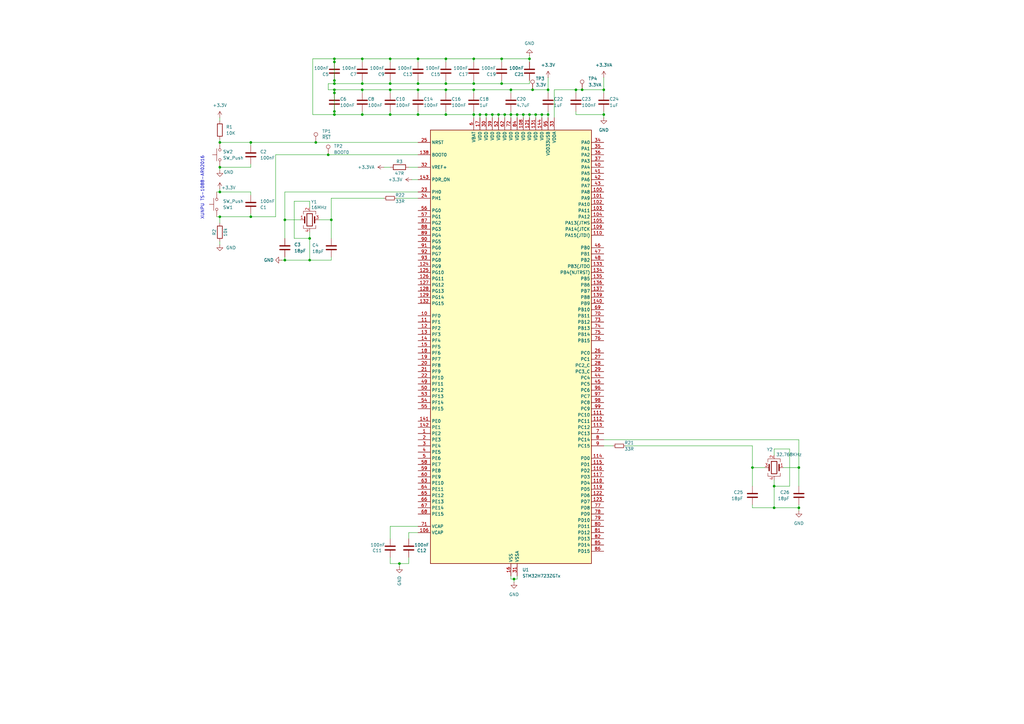
<source format=kicad_sch>
(kicad_sch (version 20250114) (generator "eeschema") (generator_version "9.0")
  (paper "A3")
  (lib_symbols
    (symbol "Connector:TestPoint" (pin_numbers (hide yes)) (pin_names (offset 0.762) (hide yes))
      (property "Reference" "TP" (at 0 6.858 0))
      (property "Value" "TestPoint" (at 0 5.08 0))
      (symbol "TestPoint_0_1"
        (circle (center 0 3.302) (radius 0.762))
      )
      (symbol "TestPoint_1_1"
        (pin passive line (at 0 0 90) (length 2.54) (name "1") (number "1"))
      )
    )
    (symbol "Device:C" (pin_numbers (hide yes)) (pin_names (offset 0.254))
      (property "Reference" "C" (at 0.635 2.54 0))
      (property "Value" "C" (at 0.635 -2.54 0))
      (symbol "C_0_1"
        (polyline (pts (xy -2.032 0.762) (xy 2.032 0.762)) (stroke (width 0.508)))
        (polyline (pts (xy -2.032 -0.762) (xy 2.032 -0.762)) (stroke (width 0.508)))
      )
      (symbol "C_1_1"
        (pin passive line (at 0 3.81 270) (length 2.794) (name "~") (number "1"))
        (pin passive line (at 0 -3.81 90) (length 2.794) (name "~") (number "2"))
      )
    )
    (symbol "Device:Crystal_GND24" (pin_names (offset 1.016) (hide yes))
      (property "Reference" "Y" (at 3.175 5.08 0))
      (property "Value" "Crystal_GND24" (at 3.175 3.175 0))
      (symbol "Crystal_GND24_0_1"
        (polyline (pts (xy -2.54 2.286) (xy -2.54 3.556) (xy 2.54 3.556) (xy 2.54 2.286)))
        (polyline (pts (xy -2.54 0) (xy -2.032 0)))
        (polyline (pts (xy -2.54 -2.286) (xy -2.54 -3.556) (xy 2.54 -3.556) (xy 2.54 -2.286)))
        (polyline (pts (xy -2.032 -1.27) (xy -2.032 1.27)) (stroke (width 0.508)))
        (rectangle (start -1.143 2.54) (end 1.143 -2.54) (stroke (width 0.3048)))
        (polyline (pts (xy 0 3.556) (xy 0 3.81)))
        (polyline (pts (xy 0 -3.81) (xy 0 -3.556)))
        (polyline (pts (xy 2.032 0) (xy 2.54 0)))
        (polyline (pts (xy 2.032 -1.27) (xy 2.032 1.27)) (stroke (width 0.508)))
      )
      (symbol "Crystal_GND24_1_1"
        (pin passive line (at -3.81 0 0) (length 1.27) (name "1") (number "1"))
        (pin passive line (at 0 5.08 270) (length 1.27) (name "2") (number "2"))
        (pin passive line (at 0 -5.08 90) (length 1.27) (name "4") (number "4"))
        (pin passive line (at 3.81 0 180) (length 1.27) (name "3") (number "3"))
      )
    )
    (symbol "Device:R" (pin_numbers (hide yes)) (pin_names (offset 0))
      (property "Reference" "R" (at 2.032 0 90))
      (property "Value" "R" (at 0 0 90))
      (symbol "R_0_1"
        (rectangle (start -1.016 -2.54) (end 1.016 2.54) (stroke (width 0.254)))
      )
      (symbol "R_1_1"
        (pin passive line (at 0 3.81 270) (length 1.27) (name "~") (number "1"))
        (pin passive line (at 0 -3.81 90) (length 1.27) (name "~") (number "2"))
      )
    )
    (symbol "Device:R_Small" (pin_numbers (hide yes)) (pin_names (offset 0.254) (hide yes))
      (property "Reference" "R" (at 0.762 0.508 0))
      (property "Value" "R_Small" (at 0.762 -1.016 0))
      (symbol "R_Small_0_1"
        (rectangle (start -0.762 1.778) (end 0.762 -1.778) (stroke (width 0.2032)))
      )
      (symbol "R_Small_1_1"
        (pin passive line (at 0 2.54 270) (length 0.762) (name "~") (number "1"))
        (pin passive line (at 0 -2.54 90) (length 0.762) (name "~") (number "2"))
      )
    )
    (symbol "MCU_ST_STM32H7:STM32H723ZGTx"
      (property "Reference" "U" (at -33.02 90.17 0))
      (property "Value" "STM32H723ZGTx" (at 20.32 90.17 0))
      (symbol "STM32H723ZGTx_0_1"
        (rectangle (start -33.02 -88.9) (end 33.02 88.9) (stroke (width 0.254)) (fill (type background)))
      )
      (symbol "STM32H723ZGTx_1_1"
        (pin input line (at -38.1 83.82 0) (length 5.08) (name "NRST") (number "25"))
        (pin input line (at -38.1 78.74 0) (length 5.08) (name "BOOT0") (number "138"))
        (pin input line (at -38.1 73.66 0) (length 5.08) (name "VREF+") (number "32"))
        (pin input line (at -38.1 68.58 0) (length 5.08) (name "PDR_ON") (number "143"))
        (pin bidirectional line (at -38.1 63.5 0) (length 5.08) (name "PH0") (number "23"))
        (pin bidirectional line (at -38.1 60.96 0) (length 5.08) (name "PH1") (number "24"))
        (pin bidirectional line (at -38.1 55.88 0) (length 5.08) (name "PG0") (number "56"))
        (pin bidirectional line (at -38.1 53.34 0) (length 5.08) (name "PG1") (number "57"))
        (pin bidirectional line (at -38.1 50.8 0) (length 5.08) (name "PG2") (number "87"))
        (pin bidirectional line (at -38.1 48.26 0) (length 5.08) (name "PG3") (number "88"))
        (pin bidirectional line (at -38.1 45.72 0) (length 5.08) (name "PG4") (number "89"))
        (pin bidirectional line (at -38.1 43.18 0) (length 5.08) (name "PG5") (number "90"))
        (pin bidirectional line (at -38.1 40.64 0) (length 5.08) (name "PG6") (number "91"))
        (pin bidirectional line (at -38.1 38.1 0) (length 5.08) (name "PG7") (number "92"))
        (pin bidirectional line (at -38.1 35.56 0) (length 5.08) (name "PG8") (number "93"))
        (pin bidirectional line (at -38.1 33.02 0) (length 5.08) (name "PG9") (number "124"))
        (pin bidirectional line (at -38.1 30.48 0) (length 5.08) (name "PG10") (number "125"))
        (pin bidirectional line (at -38.1 27.94 0) (length 5.08) (name "PG11") (number "126"))
        (pin bidirectional line (at -38.1 25.4 0) (length 5.08) (name "PG12") (number "127"))
        (pin bidirectional line (at -38.1 22.86 0) (length 5.08) (name "PG13") (number "128"))
        (pin bidirectional line (at -38.1 20.32 0) (length 5.08) (name "PG14") (number "129"))
        (pin bidirectional line (at -38.1 17.78 0) (length 5.08) (name "PG15") (number "132"))
        (pin bidirectional line (at -38.1 12.7 0) (length 5.08) (name "PF0") (number "10"))
        (pin bidirectional line (at -38.1 10.16 0) (length 5.08) (name "PF1") (number "11"))
        (pin bidirectional line (at -38.1 7.62 0) (length 5.08) (name "PF2") (number "12"))
        (pin bidirectional line (at -38.1 5.08 0) (length 5.08) (name "PF3") (number "13"))
        (pin bidirectional line (at -38.1 2.54 0) (length 5.08) (name "PF4") (number "14"))
        (pin bidirectional line (at -38.1 0 0) (length 5.08) (name "PF5") (number "15"))
        (pin bidirectional line (at -38.1 -2.54 0) (length 5.08) (name "PF6") (number "18"))
        (pin bidirectional line (at -38.1 -5.08 0) (length 5.08) (name "PF7") (number "19"))
        (pin bidirectional line (at -38.1 -7.62 0) (length 5.08) (name "PF8") (number "20"))
        (pin bidirectional line (at -38.1 -10.16 0) (length 5.08) (name "PF9") (number "21"))
        (pin bidirectional line (at -38.1 -12.7 0) (length 5.08) (name "PF10") (number "22"))
        (pin bidirectional line (at -38.1 -15.24 0) (length 5.08) (name "PF11") (number "49"))
        (pin bidirectional line (at -38.1 -17.78 0) (length 5.08) (name "PF12") (number "50"))
        (pin bidirectional line (at -38.1 -20.32 0) (length 5.08) (name "PF13") (number "53"))
        (pin bidirectional line (at -38.1 -22.86 0) (length 5.08) (name "PF14") (number "54"))
        (pin bidirectional line (at -38.1 -25.4 0) (length 5.08) (name "PF15") (number "55"))
        (pin bidirectional line (at -38.1 -30.48 0) (length 5.08) (name "PE0") (number "141"))
        (pin bidirectional line (at -38.1 -33.02 0) (length 5.08) (name "PE1") (number "142"))
        (pin bidirectional line (at -38.1 -35.56 0) (length 5.08) (name "PE2") (number "1"))
        (pin bidirectional line (at -38.1 -38.1 0) (length 5.08) (name "PE3") (number "2"))
        (pin bidirectional line (at -38.1 -40.64 0) (length 5.08) (name "PE4") (number "3"))
        (pin bidirectional line (at -38.1 -43.18 0) (length 5.08) (name "PE5") (number "4"))
        (pin bidirectional line (at -38.1 -45.72 0) (length 5.08) (name "PE6") (number "5"))
        (pin bidirectional line (at -38.1 -48.26 0) (length 5.08) (name "PE7") (number "58"))
        (pin bidirectional line (at -38.1 -50.8 0) (length 5.08) (name "PE8") (number "59"))
        (pin bidirectional line (at -38.1 -53.34 0) (length 5.08) (name "PE9") (number "60"))
        (pin bidirectional line (at -38.1 -55.88 0) (length 5.08) (name "PE10") (number "63"))
        (pin bidirectional line (at -38.1 -58.42 0) (length 5.08) (name "PE11") (number "64"))
        (pin bidirectional line (at -38.1 -60.96 0) (length 5.08) (name "PE12") (number "65"))
        (pin bidirectional line (at -38.1 -63.5 0) (length 5.08) (name "PE13") (number "66"))
        (pin bidirectional line (at -38.1 -66.04 0) (length 5.08) (name "PE14") (number "67"))
        (pin bidirectional line (at -38.1 -68.58 0) (length 5.08) (name "PE15") (number "68"))
        (pin power_out line (at -38.1 -73.66 0) (length 5.08) (name "VCAP") (number "71"))
        (pin power_out line (at -38.1 -76.2 0) (length 5.08) (name "VCAP") (number "106"))
        (pin power_in line (at -15.24 93.98 270) (length 5.08) (name "VBAT") (number "6"))
        (pin power_in line (at -12.7 93.98 270) (length 5.08) (name "VDD") (number "17"))
        (pin power_in line (at -10.16 93.98 270) (length 5.08) (name "VDD") (number "30"))
        (pin power_in line (at -7.62 93.98 270) (length 5.08) (name "VDD") (number "39"))
        (pin power_in line (at -5.08 93.98 270) (length 5.08) (name "VDD") (number "52"))
        (pin power_in line (at -2.54 93.98 270) (length 5.08) (name "VDD") (number "62"))
        (pin power_in line (at 0 93.98 270) (length 5.08) (name "VDD") (number "72"))
        (pin passive line (at 0 -93.98 90) (length 5.08) (hide yes) (name "VSS") (number "107"))
        (pin passive line (at 0 -93.98 90) (length 5.08) (hide yes) (name "VSS") (number "120"))
        (pin passive line (at 0 -93.98 90) (length 5.08) (hide yes) (name "VSS") (number "130"))
        (pin power_in line (at 0 -93.98 90) (length 5.08) (name "VSS") (number "16"))
        (pin passive line (at 0 -93.98 90) (length 5.08) (hide yes) (name "VSS") (number "38"))
        (pin passive line (at 0 -93.98 90) (length 5.08) (hide yes) (name "VSS") (number "51"))
        (pin passive line (at 0 -93.98 90) (length 5.08) (hide yes) (name "VSS") (number "61"))
        (pin passive line (at 0 -93.98 90) (length 5.08) (hide yes) (name "VSS") (number "83"))
        (pin passive line (at 0 -93.98 90) (length 5.08) (hide yes) (name "VSS") (number "94"))
        (pin power_in line (at 2.54 93.98 270) (length 5.08) (name "VDD") (number "84"))
        (pin power_in line (at 2.54 -93.98 90) (length 5.08) (name "VSSA") (number "31"))
        (pin power_in line (at 5.08 93.98 270) (length 5.08) (name "VDD") (number "108"))
        (pin power_in line (at 7.62 93.98 270) (length 5.08) (name "VDD") (number "121"))
        (pin power_in line (at 10.16 93.98 270) (length 5.08) (name "VDD") (number "131"))
        (pin power_in line (at 12.7 93.98 270) (length 5.08) (name "VDD") (number "144"))
        (pin power_in line (at 15.24 93.98 270) (length 5.08) (name "VDD33USB") (number "95"))
        (pin power_in line (at 17.78 93.98 270) (length 5.08) (name "VDDA") (number "33"))
        (pin bidirectional line (at 38.1 83.82 180) (length 5.08) (name "PA0") (number "34"))
        (pin bidirectional line (at 38.1 81.28 180) (length 5.08) (name "PA1") (number "35"))
        (pin bidirectional line (at 38.1 78.74 180) (length 5.08) (name "PA2") (number "36"))
        (pin bidirectional line (at 38.1 76.2 180) (length 5.08) (name "PA3") (number "37"))
        (pin bidirectional line (at 38.1 73.66 180) (length 5.08) (name "PA4") (number "40"))
        (pin bidirectional line (at 38.1 71.12 180) (length 5.08) (name "PA5") (number "41"))
        (pin bidirectional line (at 38.1 68.58 180) (length 5.08) (name "PA6") (number "42"))
        (pin bidirectional line (at 38.1 66.04 180) (length 5.08) (name "PA7") (number "43"))
        (pin bidirectional line (at 38.1 63.5 180) (length 5.08) (name "PA8") (number "100"))
        (pin bidirectional line (at 38.1 60.96 180) (length 5.08) (name "PA9") (number "101"))
        (pin bidirectional line (at 38.1 58.42 180) (length 5.08) (name "PA10") (number "102"))
        (pin bidirectional line (at 38.1 55.88 180) (length 5.08) (name "PA11") (number "103"))
        (pin bidirectional line (at 38.1 53.34 180) (length 5.08) (name "PA12") (number "104"))
        (pin bidirectional line (at 38.1 50.8 180) (length 5.08) (name "PA13(JTMS") (number "105"))
        (pin bidirectional line (at 38.1 48.26 180) (length 5.08) (name "PA14(JTCK") (number "109"))
        (pin bidirectional line (at 38.1 45.72 180) (length 5.08) (name "PA15(JTDI)") (number "110"))
        (pin bidirectional line (at 38.1 40.64 180) (length 5.08) (name "PB0") (number "46"))
        (pin bidirectional line (at 38.1 38.1 180) (length 5.08) (name "PB1") (number "47"))
        (pin bidirectional line (at 38.1 35.56 180) (length 5.08) (name "PB2") (number "48"))
        (pin bidirectional line (at 38.1 33.02 180) (length 5.08) (name "PB3(JTDO") (number "133"))
        (pin bidirectional line (at 38.1 30.48 180) (length 5.08) (name "PB4(NJTRST)") (number "134"))
        (pin bidirectional line (at 38.1 27.94 180) (length 5.08) (name "PB5") (number "135"))
        (pin bidirectional line (at 38.1 25.4 180) (length 5.08) (name "PB6") (number "136"))
        (pin bidirectional line (at 38.1 22.86 180) (length 5.08) (name "PB7") (number "137"))
        (pin bidirectional line (at 38.1 20.32 180) (length 5.08) (name "PB8") (number "139"))
        (pin bidirectional line (at 38.1 17.78 180) (length 5.08) (name "PB9") (number "140"))
        (pin bidirectional line (at 38.1 15.24 180) (length 5.08) (name "PB10") (number "69"))
        (pin bidirectional line (at 38.1 12.7 180) (length 5.08) (name "PB11") (number "70"))
        (pin bidirectional line (at 38.1 10.16 180) (length 5.08) (name "PB12") (number "73"))
        (pin bidirectional line (at 38.1 7.62 180) (length 5.08) (name "PB13") (number "74"))
        (pin bidirectional line (at 38.1 5.08 180) (length 5.08) (name "PB14") (number "75"))
        (pin bidirectional line (at 38.1 2.54 180) (length 5.08) (name "PB15") (number "76"))
        (pin bidirectional line (at 38.1 -2.54 180) (length 5.08) (name "PC0") (number "26"))
        (pin bidirectional line (at 38.1 -5.08 180) (length 5.08) (name "PC1") (number "27"))
        (pin bidirectional line (at 38.1 -7.62 180) (length 5.08) (name "PC2_C") (number "28"))
        (pin bidirectional line (at 38.1 -10.16 180) (length 5.08) (name "PC3_C") (number "29"))
        (pin bidirectional line (at 38.1 -12.7 180) (length 5.08) (name "PC4") (number "44"))
        (pin bidirectional line (at 38.1 -15.24 180) (length 5.08) (name "PC5") (number "45"))
        (pin bidirectional line (at 38.1 -17.78 180) (length 5.08) (name "PC6") (number "96"))
        (pin bidirectional line (at 38.1 -20.32 180) (length 5.08) (name "PC7") (number "97"))
        (pin bidirectional line (at 38.1 -22.86 180) (length 5.08) (name "PC8") (number "98"))
        (pin bidirectional line (at 38.1 -25.4 180) (length 5.08) (name "PC9") (number "99"))
        (pin bidirectional line (at 38.1 -27.94 180) (length 5.08) (name "PC10") (number "111"))
        (pin bidirectional line (at 38.1 -30.48 180) (length 5.08) (name "PC11") (number "112"))
        (pin bidirectional line (at 38.1 -33.02 180) (length 5.08) (name "PC12") (number "113"))
        (pin bidirectional line (at 38.1 -35.56 180) (length 5.08) (name "PC13") (number "7"))
        (pin bidirectional line (at 38.1 -38.1 180) (length 5.08) (name "PC14") (number "8"))
        (pin bidirectional line (at 38.1 -40.64 180) (length 5.08) (name "PC15") (number "9"))
        (pin bidirectional line (at 38.1 -45.72 180) (length 5.08) (name "PD0") (number "114"))
        (pin bidirectional line (at 38.1 -48.26 180) (length 5.08) (name "PD1") (number "115"))
        (pin bidirectional line (at 38.1 -50.8 180) (length 5.08) (name "PD2") (number "116"))
        (pin bidirectional line (at 38.1 -53.34 180) (length 5.08) (name "PD3") (number "117"))
        (pin bidirectional line (at 38.1 -55.88 180) (length 5.08) (name "PD4") (number "118"))
        (pin bidirectional line (at 38.1 -58.42 180) (length 5.08) (name "PD5") (number "119"))
        (pin bidirectional line (at 38.1 -60.96 180) (length 5.08) (name "PD6") (number "122"))
        (pin bidirectional line (at 38.1 -63.5 180) (length 5.08) (name "PD7") (number "123"))
        (pin bidirectional line (at 38.1 -66.04 180) (length 5.08) (name "PD8") (number "77"))
        (pin bidirectional line (at 38.1 -68.58 180) (length 5.08) (name "PD9") (number "78"))
        (pin bidirectional line (at 38.1 -71.12 180) (length 5.08) (name "PD10") (number "79"))
        (pin bidirectional line (at 38.1 -73.66 180) (length 5.08) (name "PD11") (number "80"))
        (pin bidirectional line (at 38.1 -76.2 180) (length 5.08) (name "PD12") (number "81"))
        (pin bidirectional line (at 38.1 -78.74 180) (length 5.08) (name "PD13") (number "82"))
        (pin bidirectional line (at 38.1 -81.28 180) (length 5.08) (name "PD14") (number "85"))
        (pin bidirectional line (at 38.1 -83.82 180) (length 5.08) (name "PD15") (number "86"))
      )
    )
    (symbol "Switch:SW_Push" (pin_numbers (hide yes)) (pin_names (offset 1.016) (hide yes))
      (property "Reference" "SW" (at 1.27 2.54 0))
      (property "Value" "SW_Push" (at 0 -1.524 0))
      (symbol "SW_Push_0_1"
        (circle (center -2.032 0) (radius 0.508))
        (polyline (pts (xy 0 1.27) (xy 0 3.048)))
        (circle (center 2.032 0) (radius 0.508))
        (polyline (pts (xy 2.54 1.27) (xy -2.54 1.27)))
        (pin passive line (at -5.08 0 0) (length 2.54) (name "1") (number "1"))
        (pin passive line (at 5.08 0 180) (length 2.54) (name "2") (number "2"))
      )
    )
    (symbol "power:+3.3V" (power) (pin_numbers (hide yes)) (pin_names (offset 0) (hide yes))
      (property "Value" "+3.3V" (at 0 3.556 0))
      (symbol "+3.3V_0_1"
        (polyline (pts (xy -0.762 1.27) (xy 0 2.54)))
        (polyline (pts (xy 0 2.54) (xy 0.762 1.27)))
        (polyline (pts (xy 0 0) (xy 0 2.54)))
      )
      (symbol "+3.3V_1_1"
        (pin power_in line (at 0 0 90) (length 0) (name "~") (number "1"))
      )
    )
    (symbol "power:+3.3VA" (power) (pin_numbers (hide yes)) (pin_names (offset 0) (hide yes))
      (property "Value" "+3.3VA" (at 0 3.556 0))
      (symbol "+3.3VA_0_1"
        (polyline (pts (xy -0.762 1.27) (xy 0 2.54)))
        (polyline (pts (xy 0 2.54) (xy 0.762 1.27)))
        (polyline (pts (xy 0 0) (xy 0 2.54)))
      )
      (symbol "+3.3VA_1_1"
        (pin power_in line (at 0 0 90) (length 0) (name "~") (number "1"))
      )
    )
    (symbol "power:GND" (power) (pin_numbers (hide yes)) (pin_names (offset 0) (hide yes))
      (property "Value" "GND" (at 0 -3.81 0))
      (symbol "GND_0_1"
        (polyline (pts (xy 0 0) (xy 0 -1.27) (xy 1.27 -1.27) (xy 0 -2.54) (xy -1.27 -1.27) (xy 0 -1.27)))
      )
      (symbol "GND_1_1"
        (pin power_in line (at 0 0 270) (length 0) (name "~") (number "1"))
      )
    )
  )
  (text "XUNPU TS-1088-AR02016" (at 83.058 76.962 90) (effects (font (size 1.27 1.27))))
  (junction (at 182.88 36.83))
  (junction (at 137.16 24.13))
  (junction (at 247.65 46.99))
  (junction (at 137.16 36.83))
  (junction (at 90.17 58.42))
  (junction (at 222.25 46.99))
  (junction (at 137.16 45.72))
  (junction (at 205.74 34.29))
  (junction (at 209.55 46.99))
  (junction (at 217.17 46.99))
  (junction (at 217.17 24.13))
  (junction (at 327.66 191.77))
  (junction (at 160.02 34.29))
  (junction (at 148.59 36.83))
  (junction (at 247.65 36.83))
  (junction (at 182.88 34.29))
  (junction (at 102.87 58.42))
  (junction (at 224.79 46.99))
  (junction (at 134.62 63.5))
  (junction (at 171.45 36.83))
  (junction (at 160.02 46.99))
  (junction (at 204.47 46.99))
  (junction (at 182.88 24.13))
  (junction (at 102.87 88.9))
  (junction (at 194.31 36.83))
  (junction (at 236.22 36.83))
  (junction (at 127 106.68))
  (junction (at 148.59 34.29))
  (junction (at 317.5 199.39))
  (junction (at 163.83 231.14))
  (junction (at 210.82 237.49))
  (junction (at 135.89 90.17))
  (junction (at 194.31 34.29))
  (junction (at 214.63 46.99))
  (junction (at 327.66 208.28))
  (junction (at 182.88 46.99))
  (junction (at 207.01 46.99))
  (junction (at 238.76 36.83))
  (junction (at 171.45 46.99))
  (junction (at 212.09 46.99))
  (junction (at 196.85 46.99))
  (junction (at 199.39 46.99))
  (junction (at 129.54 58.42))
  (junction (at 194.31 24.13))
  (junction (at 317.5 208.28))
  (junction (at 90.17 78.74))
  (junction (at 137.16 25.4))
  (junction (at 137.16 38.1))
  (junction (at 171.45 34.29))
  (junction (at 116.84 106.68))
  (junction (at 219.71 46.99))
  (junction (at 137.16 46.99))
  (junction (at 160.02 24.13))
  (junction (at 148.59 46.99))
  (junction (at 171.45 24.13))
  (junction (at 194.31 46.99))
  (junction (at 127 97.79))
  (junction (at 160.02 36.83))
  (junction (at 90.17 88.9))
  (junction (at 218.44 36.83))
  (junction (at 90.17 68.58))
  (junction (at 137.16 33.02))
  (junction (at 308.61 191.77))
  (junction (at 224.79 36.83))
  (junction (at 137.16 34.29))
  (junction (at 209.55 36.83))
  (junction (at 205.74 24.13))
  (junction (at 148.59 24.13))
  (junction (at 116.84 90.17))
  (junction (at 201.93 46.99))
  (wire (pts (xy 209.55 46.99) (xy 209.55 48.26)))
  (wire (pts (xy 247.65 45.72) (xy 247.65 46.99)))
  (wire (pts (xy 182.88 46.99) (xy 194.31 46.99)))
  (wire (pts (xy 327.66 199.39) (xy 327.66 191.77)))
  (wire (pts (xy 227.33 36.83) (xy 227.33 48.26)))
  (wire (pts (xy 219.71 46.99) (xy 219.71 48.26)))
  (wire (pts (xy 134.62 36.83) (xy 137.16 36.83)))
  (wire (pts (xy 196.85 46.99) (xy 199.39 46.99)))
  (wire (pts (xy 148.59 34.29) (xy 137.16 34.29)))
  (wire (pts (xy 148.59 45.72) (xy 148.59 46.99)))
  (wire (pts (xy 160.02 34.29) (xy 160.02 33.02)))
  (wire (pts (xy 236.22 46.99) (xy 247.65 46.99)))
  (wire (pts (xy 224.79 36.83) (xy 218.44 36.83)))
  (wire (pts (xy 160.02 215.9) (xy 160.02 220.98)))
  (wire (pts (xy 90.17 58.42) (xy 102.87 58.42)))
  (wire (pts (xy 160.02 36.83) (xy 171.45 36.83)))
  (wire (pts (xy 135.89 90.17) (xy 135.89 81.28)))
  (wire (pts (xy 209.55 36.83) (xy 209.55 38.1)))
  (wire (pts (xy 120.65 82.55) (xy 120.65 97.79)))
  (wire (pts (xy 317.5 208.28) (xy 308.61 208.28)))
  (wire (pts (xy 209.55 46.99) (xy 207.01 46.99)))
  (wire (pts (xy 137.16 34.29) (xy 137.16 33.02)))
  (wire (pts (xy 171.45 36.83) (xy 182.88 36.83)))
  (wire (pts (xy 127 106.68) (xy 135.89 106.68)))
  (wire (pts (xy 115.57 106.68) (xy 116.84 106.68)))
  (wire (pts (xy 194.31 34.29) (xy 194.31 33.02)))
  (wire (pts (xy 205.74 24.13) (xy 194.31 24.13)))
  (wire (pts (xy 194.31 25.4) (xy 194.31 24.13)))
  (wire (pts (xy 212.09 46.99) (xy 212.09 48.26)))
  (wire (pts (xy 224.79 38.1) (xy 224.79 36.83)))
  (wire (pts (xy 327.66 209.55) (xy 327.66 208.28)))
  (wire (pts (xy 194.31 24.13) (xy 182.88 24.13)))
  (wire (pts (xy 182.88 25.4) (xy 182.88 24.13)))
  (wire (pts (xy 256.54 182.88) (xy 308.61 182.88)))
  (wire (pts (xy 209.55 236.22) (xy 209.55 237.49)))
  (wire (pts (xy 127 82.55) (xy 120.65 82.55)))
  (wire (pts (xy 317.5 196.85) (xy 317.5 199.39)))
  (wire (pts (xy 217.17 33.02) (xy 217.17 34.29)))
  (wire (pts (xy 217.17 24.13) (xy 205.74 24.13)))
  (wire (pts (xy 247.65 182.88) (xy 251.46 182.88)))
  (wire (pts (xy 210.82 238.76) (xy 210.82 237.49)))
  (wire (pts (xy 209.55 237.49) (xy 210.82 237.49)))
  (wire (pts (xy 317.5 199.39) (xy 317.5 208.28)))
  (wire (pts (xy 137.16 34.29) (xy 134.62 34.29)))
  (wire (pts (xy 217.17 46.99) (xy 217.17 48.26)))
  (wire (pts (xy 135.89 106.68) (xy 135.89 105.41)))
  (wire (pts (xy 148.59 24.13) (xy 137.16 24.13)))
  (wire (pts (xy 128.27 24.13) (xy 137.16 24.13)))
  (wire (pts (xy 160.02 25.4) (xy 160.02 24.13)))
  (wire (pts (xy 90.17 100.33) (xy 90.17 99.06)))
  (wire (pts (xy 137.16 45.72) (xy 137.16 38.1)))
  (wire (pts (xy 167.64 68.58) (xy 171.45 68.58)))
  (wire (pts (xy 160.02 36.83) (xy 160.02 38.1)))
  (wire (pts (xy 182.88 34.29) (xy 182.88 33.02)))
  (wire (pts (xy 171.45 25.4) (xy 171.45 24.13)))
  (wire (pts (xy 214.63 46.99) (xy 217.17 46.99)))
  (wire (pts (xy 308.61 199.39) (xy 308.61 191.77)))
  (wire (pts (xy 160.02 34.29) (xy 148.59 34.29)))
  (wire (pts (xy 90.17 91.44) (xy 90.17 88.9)))
  (wire (pts (xy 201.93 46.99) (xy 201.93 48.26)))
  (wire (pts (xy 137.16 36.83) (xy 137.16 38.1)))
  (wire (pts (xy 116.84 78.74) (xy 171.45 78.74)))
  (wire (pts (xy 194.31 45.72) (xy 194.31 46.99)))
  (wire (pts (xy 209.55 46.99) (xy 212.09 46.99)))
  (wire (pts (xy 163.83 231.14) (xy 160.02 231.14)))
  (wire (pts (xy 127 85.09) (xy 127 82.55)))
  (wire (pts (xy 137.16 46.99) (xy 137.16 45.72)))
  (wire (pts (xy 171.45 34.29) (xy 160.02 34.29)))
  (wire (pts (xy 227.33 36.83) (xy 236.22 36.83)))
  (wire (pts (xy 321.31 191.77) (xy 327.66 191.77)))
  (wire (pts (xy 102.87 78.74) (xy 102.87 80.01)))
  (wire (pts (xy 102.87 88.9) (xy 113.03 88.9)))
  (wire (pts (xy 236.22 36.83) (xy 238.76 36.83)))
  (wire (pts (xy 323.85 184.15) (xy 323.85 199.39)))
  (wire (pts (xy 212.09 46.99) (xy 214.63 46.99)))
  (wire (pts (xy 209.55 45.72) (xy 209.55 46.99)))
  (wire (pts (xy 148.59 36.83) (xy 148.59 38.1)))
  (wire (pts (xy 135.89 81.28) (xy 157.48 81.28)))
  (wire (pts (xy 323.85 199.39) (xy 317.5 199.39)))
  (wire (pts (xy 317.5 186.69) (xy 317.5 184.15)))
  (wire (pts (xy 127 95.25) (xy 127 97.79)))
  (wire (pts (xy 163.83 231.14) (xy 167.64 231.14)))
  (wire (pts (xy 102.87 58.42) (xy 129.54 58.42)))
  (wire (pts (xy 210.82 237.49) (xy 212.09 237.49)))
  (wire (pts (xy 199.39 46.99) (xy 199.39 48.26)))
  (wire (pts (xy 116.84 106.68) (xy 127 106.68)))
  (wire (pts (xy 148.59 36.83) (xy 160.02 36.83)))
  (wire (pts (xy 168.91 73.66) (xy 171.45 73.66)))
  (wire (pts (xy 90.17 78.74) (xy 102.87 78.74)))
  (wire (pts (xy 194.31 36.83) (xy 194.31 38.1)))
  (wire (pts (xy 204.47 46.99) (xy 207.01 46.99)))
  (wire (pts (xy 160.02 231.14) (xy 160.02 228.6)))
  (wire (pts (xy 163.83 231.14) (xy 163.83 232.41)))
  (wire (pts (xy 90.17 88.9) (xy 88.9 88.9)))
  (wire (pts (xy 148.59 25.4) (xy 148.59 24.13)))
  (wire (pts (xy 157.48 68.58) (xy 160.02 68.58)))
  (wire (pts (xy 205.74 25.4) (xy 205.74 24.13)))
  (wire (pts (xy 171.45 46.99) (xy 182.88 46.99)))
  (wire (pts (xy 90.17 88.9) (xy 102.87 88.9)))
  (wire (pts (xy 134.62 63.5) (xy 171.45 63.5)))
  (wire (pts (xy 129.54 58.42) (xy 171.45 58.42)))
  (wire (pts (xy 90.17 68.58) (xy 102.87 68.58)))
  (wire (pts (xy 182.88 36.83) (xy 182.88 38.1)))
  (wire (pts (xy 171.45 34.29) (xy 171.45 33.02)))
  (wire (pts (xy 327.66 208.28) (xy 317.5 208.28)))
  (wire (pts (xy 182.88 36.83) (xy 194.31 36.83)))
  (wire (pts (xy 162.56 81.28) (xy 171.45 81.28)))
  (wire (pts (xy 182.88 24.13) (xy 171.45 24.13)))
  (wire (pts (xy 247.65 36.83) (xy 247.65 38.1)))
  (wire (pts (xy 90.17 78.74) (xy 88.9 78.74)))
  (wire (pts (xy 182.88 34.29) (xy 171.45 34.29)))
  (wire (pts (xy 247.65 180.34) (xy 327.66 180.34)))
  (wire (pts (xy 201.93 46.99) (xy 204.47 46.99)))
  (wire (pts (xy 224.79 48.26) (xy 224.79 46.99)))
  (wire (pts (xy 130.81 90.17) (xy 135.89 90.17)))
  (wire (pts (xy 194.31 34.29) (xy 182.88 34.29)))
  (wire (pts (xy 113.03 63.5) (xy 113.03 88.9)))
  (wire (pts (xy 224.79 31.75) (xy 224.79 36.83)))
  (wire (pts (xy 148.59 46.99) (xy 160.02 46.99)))
  (wire (pts (xy 212.09 236.22) (xy 212.09 237.49)))
  (wire (pts (xy 120.65 97.79) (xy 127 97.79)))
  (wire (pts (xy 194.31 48.26) (xy 194.31 46.99)))
  (wire (pts (xy 236.22 46.99) (xy 236.22 45.72)))
  (wire (pts (xy 205.74 34.29) (xy 194.31 34.29)))
  (wire (pts (xy 217.17 46.99) (xy 219.71 46.99)))
  (wire (pts (xy 160.02 45.72) (xy 160.02 46.99)))
  (wire (pts (xy 116.84 90.17) (xy 116.84 78.74)))
  (wire (pts (xy 207.01 46.99) (xy 207.01 48.26)))
  (wire (pts (xy 113.03 63.5) (xy 134.62 63.5)))
  (wire (pts (xy 171.45 36.83) (xy 171.45 38.1)))
  (wire (pts (xy 247.65 31.75) (xy 247.65 36.83)))
  (wire (pts (xy 218.44 36.83) (xy 209.55 36.83)))
  (wire (pts (xy 182.88 45.72) (xy 182.88 46.99)))
  (wire (pts (xy 313.69 191.77) (xy 308.61 191.77)))
  (wire (pts (xy 137.16 46.99) (xy 128.27 46.99)))
  (wire (pts (xy 171.45 24.13) (xy 160.02 24.13)))
  (wire (pts (xy 148.59 34.29) (xy 148.59 33.02)))
  (wire (pts (xy 217.17 34.29) (xy 205.74 34.29)))
  (wire (pts (xy 247.65 48.26) (xy 247.65 46.99)))
  (wire (pts (xy 167.64 218.44) (xy 171.45 218.44)))
  (wire (pts (xy 137.16 33.02) (xy 137.16 25.4)))
  (wire (pts (xy 224.79 45.72) (xy 224.79 46.99)))
  (wire (pts (xy 137.16 36.83) (xy 148.59 36.83)))
  (wire (pts (xy 90.17 69.85) (xy 90.17 68.58)))
  (wire (pts (xy 308.61 208.28) (xy 308.61 207.01)))
  (wire (pts (xy 137.16 46.99) (xy 148.59 46.99)))
  (wire (pts (xy 209.55 36.83) (xy 194.31 36.83)))
  (wire (pts (xy 135.89 97.79) (xy 135.89 90.17)))
  (wire (pts (xy 196.85 46.99) (xy 196.85 48.26)))
  (wire (pts (xy 219.71 46.99) (xy 222.25 46.99)))
  (wire (pts (xy 205.74 34.29) (xy 205.74 33.02)))
  (wire (pts (xy 327.66 191.77) (xy 327.66 180.34)))
  (wire (pts (xy 308.61 191.77) (xy 308.61 182.88)))
  (wire (pts (xy 160.02 24.13) (xy 148.59 24.13)))
  (wire (pts (xy 224.79 46.99) (xy 222.25 46.99)))
  (wire (pts (xy 327.66 208.28) (xy 327.66 207.01)))
  (wire (pts (xy 217.17 22.86) (xy 217.17 24.13)))
  (wire (pts (xy 194.31 46.99) (xy 196.85 46.99)))
  (wire (pts (xy 90.17 57.15) (xy 90.17 58.42)))
  (wire (pts (xy 236.22 36.83) (xy 236.22 38.1)))
  (wire (pts (xy 102.87 58.42) (xy 102.87 59.69)))
  (wire (pts (xy 134.62 34.29) (xy 134.62 36.83)))
  (wire (pts (xy 90.17 77.47) (xy 90.17 78.74)))
  (wire (pts (xy 199.39 46.99) (xy 201.93 46.99)))
  (wire (pts (xy 167.64 231.14) (xy 167.64 228.6)))
  (wire (pts (xy 171.45 45.72) (xy 171.45 46.99)))
  (wire (pts (xy 222.25 46.99) (xy 222.25 48.26)))
  (wire (pts (xy 90.17 48.26) (xy 90.17 49.53)))
  (wire (pts (xy 137.16 25.4) (xy 137.16 24.13)))
  (wire (pts (xy 123.19 90.17) (xy 116.84 90.17)))
  (wire (pts (xy 102.87 68.58) (xy 102.87 67.31)))
  (wire (pts (xy 127 97.79) (xy 127 106.68)))
  (wire (pts (xy 102.87 88.9) (xy 102.87 87.63)))
  (wire (pts (xy 116.84 106.68) (xy 116.84 105.41)))
  (wire (pts (xy 238.76 36.83) (xy 247.65 36.83)))
  (wire (pts (xy 217.17 25.4) (xy 217.17 24.13)))
  (wire (pts (xy 204.47 46.99) (xy 204.47 48.26)))
  (wire (pts (xy 167.64 218.44) (xy 167.64 220.98)))
  (wire (pts (xy 128.27 46.99) (xy 128.27 24.13)))
  (wire (pts (xy 160.02 215.9) (xy 171.45 215.9)))
  (wire (pts (xy 214.63 46.99) (xy 214.63 48.26)))
  (wire (pts (xy 160.02 46.99) (xy 171.45 46.99)))
  (wire (pts (xy 317.5 184.15) (xy 323.85 184.15)))
  (wire (pts (xy 116.84 97.79) (xy 116.84 90.17)))
  (symbol (lib_id "Device:C") (at 116.84 101.6 0) (unit 1)
    (property "Reference" "C3" (at 120.65 100.3299 0) (effects (justify left)))
    (property "Value" "18pF" (at 120.65 102.8699 0) (effects (justify left)))
    (property "Footprint" "Capacitor_SMD:C_0402_1005Metric" (effects (hide yes)))
    (property "Description" "Unpolarized capacitor" (effects (hide yes)))
  )
  (symbol (lib_id "power:+3.3V") (at 90.17 77.47 0) (mirror y) (unit 1)
    (property "Reference" "#PWR01" (effects (hide yes)))
    (property "Value" "+3.3V" (at 93.726 76.962 0))
    (property "Description" "Power symbol creates a global label with name \"+3.3V\"" (effects (hide yes)))
  )
  (symbol (lib_id "Connector:TestPoint") (at 218.44 36.83 0) (unit 1)
    (property "Reference" "TP3" (at 219.71 32.258 0) (effects (justify left)))
    (property "Value" "3.3V" (at 219.71 34.798 0) (effects (justify left)))
    (property "Description" "test point" (effects (hide yes)))
  )
  (symbol (lib_id "Device:C") (at 182.88 41.91 0) (unit 1)
    (property "Reference" "C16" (at 185.166 40.64 0) (effects (justify left)))
    (property "Value" "100nF" (at 185.166 43.18 0) (effects (justify left)))
    (property "Description" "Unpolarized capacitor" (effects (hide yes)))
  )
  (symbol (lib_id "power:+3.3V") (at 168.91 73.66 90) (unit 1)
    (property "Reference" "#PWR08" (effects (hide yes)))
    (property "Value" "+3.3V" (at 165.1 73.66 90) (effects (justify left)))
    (property "Description" "Power symbol creates a global label with name \"+3.3V\"" (effects (hide yes)))
  )
  (symbol (lib_id "power:+3.3V") (at 90.17 48.26 0) (unit 1)
    (property "Reference" "#PWR02" (effects (hide yes)))
    (property "Value" "+3.3V" (at 90.17 43.18 0))
    (property "Description" "Power symbol creates a global label with name \"+3.3V\"" (effects (hide yes)))
  )
  (symbol (lib_id "Device:C") (at 171.45 41.91 0) (unit 1)
    (property "Reference" "C14" (at 173.736 40.64 0) (effects (justify left)))
    (property "Value" "100nF" (at 173.736 43.18 0) (effects (justify left)))
    (property "Description" "Unpolarized capacitor" (effects (hide yes)))
  )
  (symbol (lib_id "Device:C") (at 137.16 29.21 180) (unit 1)
    (property "Reference" "C5" (at 134.874 30.48 0) (effects (justify left)))
    (property "Value" "100nF" (at 134.874 27.94 0) (effects (justify left)))
    (property "Description" "Unpolarized capacitor" (effects (hide yes)))
  )
  (symbol (lib_id "Device:C") (at 167.64 224.79 0) (unit 1)
    (property "Reference" "C12" (at 172.974 225.806 0))
    (property "Value" "100nF" (at 172.974 223.52 0))
    (property "Description" "Unpolarized capacitor" (effects (hide yes)))
  )
  (symbol (lib_id "Device:C") (at 160.02 29.21 180) (unit 1)
    (property "Reference" "C9" (at 157.734 30.48 0) (effects (justify left)))
    (property "Value" "100nF" (at 157.734 27.94 0) (effects (justify left)))
    (property "Description" "Unpolarized capacitor" (effects (hide yes)))
  )
  (symbol (lib_id "Device:C") (at 236.22 41.91 0) (unit 1)
    (property "Reference" "C23" (at 238.506 40.64 0) (effects (justify left)))
    (property "Value" "100nF" (at 238.506 43.18 0) (effects (justify left)))
    (property "Description" "Unpolarized capacitor" (effects (hide yes)))
  )
  (symbol (lib_id "Device:C") (at 209.55 41.91 0) (unit 1)
    (property "Reference" "C20" (at 211.836 40.64 0) (effects (justify left)))
    (property "Value" "4.7uF" (at 211.836 43.18 0) (effects (justify left)))
    (property "Description" "Unpolarized capacitor" (effects (hide yes)))
  )
  (symbol (lib_id "Device:R_Small") (at 160.02 81.28 90) (unit 1)
    (property "Reference" "R22" (at 164.084 80.01 90))
    (property "Value" "33R" (at 164.084 82.55 90))
    (property "Description" "Resistor, small symbol" (effects (hide yes)))
  )
  (symbol (lib_id "Device:C") (at 247.65 41.91 0) (unit 1)
    (property "Reference" "C24" (at 249.936 40.64 0) (effects (justify left)))
    (property "Value" "1uF" (at 249.936 43.18 0) (effects (justify left)))
    (property "Description" "Unpolarized capacitor" (effects (hide yes)))
  )
  (symbol (lib_id "Device:C") (at 171.45 29.21 180) (unit 1)
    (property "Reference" "C13" (at 169.164 30.48 0) (effects (justify left)))
    (property "Value" "100nF" (at 169.164 27.94 0) (effects (justify left)))
    (property "Description" "Unpolarized capacitor" (effects (hide yes)))
  )
  (symbol (lib_id "Device:C") (at 160.02 224.79 180) (unit 1)
    (property "Reference" "C11" (at 154.686 225.806 0))
    (property "Value" "100nF" (at 154.94 223.52 0))
    (property "Description" "Unpolarized capacitor" (effects (hide yes)))
  )
  (symbol (lib_id "Device:C") (at 205.74 29.21 180) (unit 1)
    (property "Reference" "C19" (at 203.454 30.48 0) (effects (justify left)))
    (property "Value" "100nF" (at 203.454 27.94 0) (effects (justify left)))
    (property "Description" "Unpolarized capacitor" (effects (hide yes)))
  )
  (symbol (lib_id "Device:R") (at 90.17 95.25 0) (mirror x) (unit 1)
    (property "Reference" "R2" (at 87.884 95.25 90))
    (property "Value" "10k" (at 92.456 95.25 90))
    (property "Footprint" "Resistor_SMD:R_0402_1005Metric" (effects (hide yes)))
    (property "Description" "Resistor" (effects (hide yes)))
  )
  (symbol (lib_id "Device:R_Small") (at 254 182.88 90) (unit 1)
    (property "Reference" "R21" (at 258.064 181.61 90))
    (property "Value" "33R" (at 258.064 184.15 90))
    (property "Description" "Resistor, small symbol" (effects (hide yes)))
  )
  (symbol (lib_id "Device:C") (at 135.89 101.6 0) (unit 1)
    (property "Reference" "C4" (at 128.016 100.584 0) (effects (justify left)))
    (property "Value" "18pF" (at 128.016 103.124 0) (effects (justify left)))
    (property "Footprint" "Capacitor_SMD:C_0402_1005Metric" (effects (hide yes)))
    (property "Description" "Unpolarized capacitor" (effects (hide yes)))
  )
  (symbol (lib_id "Device:C") (at 148.59 29.21 180) (unit 1)
    (property "Reference" "C7" (at 146.304 30.48 0) (effects (justify left)))
    (property "Value" "100nF" (at 146.304 27.94 0) (effects (justify left)))
    (property "Description" "Unpolarized capacitor" (effects (hide yes)))
  )
  (symbol (lib_id "Device:R") (at 90.17 53.34 0) (unit 1)
    (property "Reference" "R1" (at 92.71 52.0699 0) (effects (justify left)))
    (property "Value" "10K" (at 92.71 54.6099 0) (effects (justify left)))
    (property "Description" "Resistor" (effects (hide yes)))
  )
  (symbol (lib_id "Device:R") (at 163.83 68.58 90) (unit 1)
    (property "Reference" "R3" (at 163.83 66.294 90))
    (property "Value" "47R" (at 163.83 71.12 90))
    (property "Description" "Resistor" (effects (hide yes)))
  )
  (symbol (lib_id "Device:C") (at 194.31 29.21 180) (unit 1)
    (property "Reference" "C17" (at 192.024 30.48 0) (effects (justify left)))
    (property "Value" "100nF" (at 192.024 27.94 0) (effects (justify left)))
    (property "Description" "Unpolarized capacitor" (effects (hide yes)))
  )
  (symbol (lib_id "power:+3.3V") (at 224.79 31.75 0) (unit 1)
    (property "Reference" "#PWR011" (effects (hide yes)))
    (property "Value" "+3.3V" (at 224.79 26.67 0))
    (property "Description" "Power symbol creates a global label with name \"+3.3V\"" (effects (hide yes)))
  )
  (symbol (lib_id "power:+3.3VA") (at 247.65 31.75 0) (unit 1)
    (property "Reference" "#PWR012" (effects (hide yes)))
    (property "Value" "+3.3VA" (at 247.65 26.67 0))
    (property "Description" "Power symbol creates a global label with name \"+3.3VA\"" (effects (hide yes)))
  )
  (symbol (lib_id "Connector:TestPoint") (at 129.54 58.42 0) (unit 1)
    (property "Reference" "TP1" (at 132.08 53.8479 0) (effects (justify left)))
    (property "Value" "~{RST}" (at 132.08 56.3879 0) (effects (justify left)))
    (property "Description" "test point" (effects (hide yes)))
  )
  (symbol (lib_id "Device:C") (at 194.31 41.91 0) (unit 1)
    (property "Reference" "C18" (at 196.596 40.64 0) (effects (justify left)))
    (property "Value" "1uF" (at 196.596 43.18 0) (effects (justify left)))
    (property "Description" "Unpolarized capacitor" (effects (hide yes)))
  )
  (symbol (lib_id "power:GND") (at 217.17 22.86 180) (unit 1)
    (property "Reference" "#PWR010" (effects (hide yes)))
    (property "Value" "GND" (at 217.17 17.78 0))
    (property "Description" "Power symbol creates a global label with name \"GND\" , ground" (effects (hide yes)))
  )
  (symbol (lib_id "power:+3.3VA") (at 157.48 68.58 90) (unit 1)
    (property "Reference" "#PWR06" (effects (hide yes)))
    (property "Value" "+3.3VA" (at 153.67 68.5799 90) (effects (justify left)))
    (property "Description" "Power symbol creates a global label with name \"+3.3VA\"" (effects (hide yes)))
  )
  (symbol (lib_id "Device:C") (at 137.16 41.91 0) (unit 1)
    (property "Reference" "C6" (at 139.446 40.64 0) (effects (justify left)))
    (property "Value" "100nF" (at 139.446 43.18 0) (effects (justify left)))
    (property "Description" "Unpolarized capacitor" (effects (hide yes)))
  )
  (symbol (lib_id "Switch:SW_Push") (at 88.9 83.82 90) (mirror x) (unit 1)
    (property "Reference" "SW1" (at 91.44 85.0901 90) (effects (justify right)))
    (property "Value" "SW_Push" (at 91.44 82.5501 90) (effects (justify right)))
    (property "Footprint" "random-footprints:SW_TS-1088-AR02016" (effects (hide yes)))
    (property "Description" "Push button switch, generic, two pins" (effects (hide yes)))
  )
  (symbol (lib_id "Device:C") (at 217.17 29.21 180) (unit 1)
    (property "Reference" "C21" (at 214.884 30.48 0) (effects (justify left)))
    (property "Value" "100nF" (at 214.884 27.94 0) (effects (justify left)))
    (property "Description" "Unpolarized capacitor" (effects (hide yes)))
  )
  (symbol (lib_id "Device:C") (at 102.87 83.82 0) (mirror x) (unit 1)
    (property "Reference" "C1" (at 106.68 85.0901 0) (effects (justify left)))
    (property "Value" "100nF" (at 106.68 82.5501 0) (effects (justify left)))
    (property "Footprint" "Capacitor_SMD:C_0402_1005Metric" (effects (hide yes)))
    (property "Description" "Unpolarized capacitor" (effects (hide yes)))
  )
  (symbol (lib_id "MCU_ST_STM32H7:STM32H723ZGTx") (at 209.55 142.24 0) (unit 1)
    (property "Reference" "U1" (at 214.2333 233.68 0) (effects (justify left)))
    (property "Value" "STM32H723ZGTx" (at 214.2333 236.22 0) (effects (justify left)))
    (property "Footprint" "Package_QFP:LQFP-144_20x20mm_P0.5mm" (effects (hide yes)))
    (property "Datasheet" "https://www.st.com/resource/en/datasheet/stm32h723zg.pdf" (effects (hide yes)))
    (property "Description" "STMicroelectronics Arm Cortex-M7 MCU, 1024KB flash, 564KB RAM, 550 MHz, 1.62-3.6V, 114 GPIO, LQFP144" (effects (hide yes)))
  )
  (symbol (lib_id "Device:C") (at 102.87 63.5 0) (unit 1)
    (property "Reference" "C2" (at 106.68 62.2299 0) (effects (justify left)))
    (property "Value" "100nF" (at 106.68 64.7699 0) (effects (justify left)))
    (property "Footprint" "Capacitor_SMD:C_0402_1005Metric" (effects (hide yes)))
    (property "Description" "Unpolarized capacitor" (effects (hide yes)))
  )
  (symbol (lib_id "Device:C") (at 148.59 41.91 0) (unit 1)
    (property "Reference" "C8" (at 150.876 40.64 0) (effects (justify left)))
    (property "Value" "100nF" (at 150.876 43.18 0) (effects (justify left)))
    (property "Description" "Unpolarized capacitor" (effects (hide yes)))
  )
  (symbol (lib_id "Device:C") (at 160.02 41.91 0) (unit 1)
    (property "Reference" "C10" (at 162.306 40.64 0) (effects (justify left)))
    (property "Value" "100nF" (at 162.306 43.18 0) (effects (justify left)))
    (property "Description" "Unpolarized capacitor" (effects (hide yes)))
  )
  (symbol (lib_id "power:GND") (at 210.82 238.76 0) (unit 1)
    (property "Reference" "#PWR09" (effects (hide yes)))
    (property "Value" "GND" (at 210.82 243.84 0))
    (property "Description" "Power symbol creates a global label with name \"GND\" , ground" (effects (hide yes)))
  )
  (symbol (lib_id "Device:Crystal_GND24") (at 317.5 191.77 0) (mirror y) (unit 1)
    (property "Reference" "Y2" (at 315.722 184.404 0))
    (property "Value" "32.768KHz" (at 323.596 186.436 0))
    (property "Footprint" "Crystal:Crystal_SMD_3225-4Pin_3.2x2.5mm" (effects (hide yes)))
    (property "Description" "Four pin crystal, GND on pins 2 and 4" (effects (hide yes)))
  )
  (symbol (lib_id "Device:C") (at 327.66 203.2 0) (mirror y) (unit 1)
    (property "Reference" "C26" (at 323.85 201.9299 0) (effects (justify left)))
    (property "Value" "18pF" (at 323.85 204.4699 0) (effects (justify left)))
    (property "Footprint" "Capacitor_SMD:C_0402_1005Metric" (effects (hide yes)))
    (property "Description" "Unpolarized capacitor" (effects (hide yes)))
  )
  (symbol (lib_id "power:GND") (at 327.66 209.55 0) (mirror y) (unit 1)
    (property "Reference" "#PWR014" (effects (hide yes)))
    (property "Value" "GND" (at 327.66 214.63 0))
    (property "Description" "Power symbol creates a global label with name \"GND\" , ground" (effects (hide yes)))
  )
  (symbol (lib_id "power:GND") (at 115.57 106.68 270) (unit 1)
    (property "Reference" "#PWR05" (effects (hide yes)))
    (property "Value" "GND" (at 110.236 106.68 90))
    (property "Description" "Power symbol creates a global label with name \"GND\" , ground" (effects (hide yes)))
  )
  (symbol (lib_id "power:GND") (at 90.17 100.33 0) (mirror y) (unit 1)
    (property "Reference" "#PWR04" (effects (hide yes)))
    (property "Value" "GND" (at 92.71 101.5999 0) (effects (justify right)))
    (property "Description" "Power symbol creates a global label with name \"GND\" , ground" (effects (hide yes)))
  )
  (symbol (lib_id "power:GND") (at 90.17 69.85 0) (unit 1)
    (property "Reference" "#PWR03" (effects (hide yes)))
    (property "Value" "GND" (at 93.726 70.612 0))
    (property "Description" "Power symbol creates a global label with name \"GND\" , ground" (effects (hide yes)))
  )
  (symbol (lib_id "Connector:TestPoint") (at 238.76 36.83 0) (unit 1)
    (property "Reference" "TP4" (at 241.3 32.2579 0) (effects (justify left)))
    (property "Value" "3.3VA" (at 241.3 34.7979 0) (effects (justify left)))
    (property "Description" "test point" (effects (hide yes)))
  )
  (symbol (lib_id "Connector:TestPoint") (at 134.62 63.5 0) (unit 1)
    (property "Reference" "TP2" (at 136.906 59.944 0) (effects (justify left)))
    (property "Value" "BOOT0" (at 136.906 62.484 0) (effects (justify left)))
    (property "Description" "test point" (effects (hide yes)))
  )
  (symbol (lib_id "Device:C") (at 182.88 29.21 180) (unit 1)
    (property "Reference" "C15" (at 180.594 30.48 0) (effects (justify left)))
    (property "Value" "100nF" (at 180.594 27.94 0) (effects (justify left)))
    (property "Description" "Unpolarized capacitor" (effects (hide yes)))
  )
  (symbol (lib_id "power:GND") (at 247.65 48.26 0) (unit 1)
    (property "Reference" "#PWR013" (effects (hide yes)))
    (property "Value" "GND" (at 247.65 53.34 0))
    (property "Description" "Power symbol creates a global label with name \"GND\" , ground" (effects (hide yes)))
  )
  (symbol (lib_id "Switch:SW_Push") (at 90.17 63.5 90) (unit 1)
    (property "Reference" "SW2" (at 91.44 62.2299 90) (effects (justify right)))
    (property "Value" "SW_Push" (at 91.44 64.7699 90) (effects (justify right)))
    (property "Footprint" "random-footprints:SW_TS-1088-AR02016" (effects (hide yes)))
    (property "Description" "Push button switch, generic, two pins" (effects (hide yes)))
  )
  (symbol (lib_id "Device:Crystal_GND24") (at 127 90.17 0) (unit 1)
    (property "Reference" "Y1" (at 128.778 82.804 0))
    (property "Value" "16MHz" (at 130.81 85.09 0))
    (property "Footprint" "Crystal:Crystal_SMD_3225-4Pin_3.2x2.5mm" (effects (hide yes)))
    (property "Description" "Four pin crystal, GND on pins 2 and 4" (effects (hide yes)))
  )
  (symbol (lib_id "Device:C") (at 308.61 203.2 0) (mirror y) (unit 1)
    (property "Reference" "C25" (at 304.8 201.9299 0) (effects (justify left)))
    (property "Value" "18pF" (at 304.8 204.4699 0) (effects (justify left)))
    (property "Footprint" "Capacitor_SMD:C_0402_1005Metric" (effects (hide yes)))
    (property "Description" "Unpolarized capacitor" (effects (hide yes)))
  )
  (symbol (lib_id "Device:C") (at 224.79 41.91 0) (unit 1)
    (property "Reference" "C22" (at 227.076 40.64 0) (effects (justify left)))
    (property "Value" "1uF" (at 227.076 43.18 0) (effects (justify left)))
    (property "Description" "Unpolarized capacitor" (effects (hide yes)))
  )
  (symbol (lib_id "power:GND") (at 163.83 232.41 0) (unit 1)
    (property "Reference" "#PWR07" (effects (hide yes)))
    (property "Value" "GND" (at 163.8299 236.22 90) (effects (justify right)))
    (property "Description" "Power symbol creates a global label with name \"GND\" , ground" (effects (hide yes)))
  )
)
</source>
